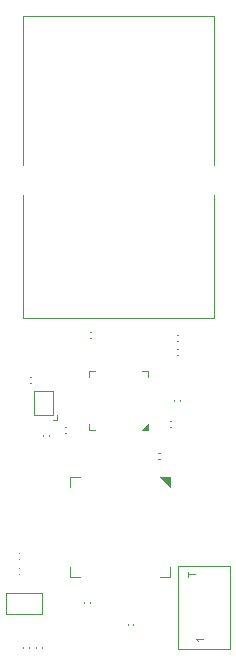
<source format=gto>
%FSTAX23Y23*%
%MOIN*%
%SFA1B1*%

%IPPOS*%
%ADD10C,0.003937*%
%LNwol_pcb-1*%
%LPD*%
G36*
X00564Y00769D02*
Y00736D01*
X00531Y00769*
X00564*
G37*
G36*
X00492Y00944D02*
Y00925D01*
X00472*
X00492Y00944*
G37*
G36*
X00628Y00444D02*
X0065D01*
Y00441*
X00628*
Y00432*
X00625*
Y00452*
X00628*
Y00444*
G37*
G36*
X00677Y00225D02*
X00657D01*
X00657Y00225*
X00657Y00225*
X00657Y00224*
X00658Y00224*
X00658Y00224*
X00658Y00223*
X00659Y00222*
X00659Y00222*
Y00222*
X00659Y00222*
X00659Y00222*
X00659Y00222*
X00659Y00221*
X00659Y00221*
X0066Y00221*
X0066Y0022*
X0066Y0022*
X0066Y00219*
X00661Y00219*
X00658*
X00658Y00219*
X00658Y00219*
X00658Y00219*
X00658Y00219*
X00657Y00219*
X00657Y00219*
X00657Y0022*
X00657Y0022*
X00656Y00221*
X00656Y00222*
X00655Y00222*
X00655Y00223*
X00655Y00223*
X00655Y00223*
X00655Y00223*
X00654Y00223*
X00654Y00224*
X00654Y00224*
X00654Y00224*
X00653Y00225*
X00653Y00225*
X00652Y00226*
X00651Y00226*
Y00228*
X00677*
Y00225*
G37*
G54D10*
X0011Y00974D02*
Y01053D01*
X00173*
Y00974D02*
Y01053D01*
X0011Y00974D02*
X00173D01*
Y00958D02*
X00188D01*
Y00974*
X00586Y01242D02*
X0059D01*
X00586Y01222D02*
X0059D01*
X00297Y0123D02*
X00301D01*
X00297Y0125D02*
X00301D01*
X00442Y00273D02*
Y00277D01*
X00423Y00273D02*
Y00277D01*
X00492Y00925D02*
Y00944D01*
X00472Y00925D02*
X00492D01*
X00472Y01122D02*
X00492D01*
Y01102D02*
Y01122D01*
X00295Y01102D02*
Y01122D01*
X00314*
X00295Y00925D02*
X00314D01*
X00295D02*
Y00944D01*
X00564Y00736D02*
Y00769D01*
X00531D02*
X00564D01*
X00531Y00435D02*
X00564D01*
Y00468*
X0023Y00435D02*
Y00468D01*
Y00435D02*
X00263D01*
X0023Y00769D02*
X00263D01*
X0023Y00736D02*
Y00769D01*
X00138Y00312D02*
Y0038D01*
X00018Y00312D02*
X00138D01*
X00018D02*
Y0038D01*
X00138*
X00763Y00196D02*
Y00472D01*
X0059D02*
X00763D01*
X0059Y00196D02*
Y00472D01*
Y00196D02*
X00763D01*
X00712Y01807D02*
Y02303D01*
X00074Y01807D02*
Y02303D01*
X00712*
Y01299D02*
Y01708D01*
X00074Y01299D02*
Y01708D01*
Y01299D02*
X00712D01*
X00586Y01175D02*
X0059D01*
X00586Y01194D02*
X0059D01*
X00564Y00935D02*
X00568D01*
X00564Y00954D02*
X00568D01*
X00214Y00935D02*
X00218D01*
X00214Y00915D02*
X00218D01*
X00576Y01021D02*
Y01025D01*
X00596Y01021D02*
Y01025D01*
X00096Y011D02*
X001D01*
X00096Y0108D02*
X001D01*
X00139Y00903D02*
Y00907D01*
X00159Y00903D02*
Y00907D01*
X00525Y00828D02*
X00529D01*
X00525Y00848D02*
X00529D01*
X00277Y00348D02*
Y00352D01*
X00297Y00348D02*
Y00352D01*
X00059Y00446D02*
X00062D01*
X00059Y00466D02*
X00062D01*
X00137Y00198D02*
Y00202D01*
X00118Y00198D02*
Y00202D01*
X00059Y00494D02*
X00062D01*
X00059Y00513D02*
X00062D01*
X00094Y00198D02*
Y00202D01*
X00074Y00198D02*
Y00202D01*
M02*
</source>
